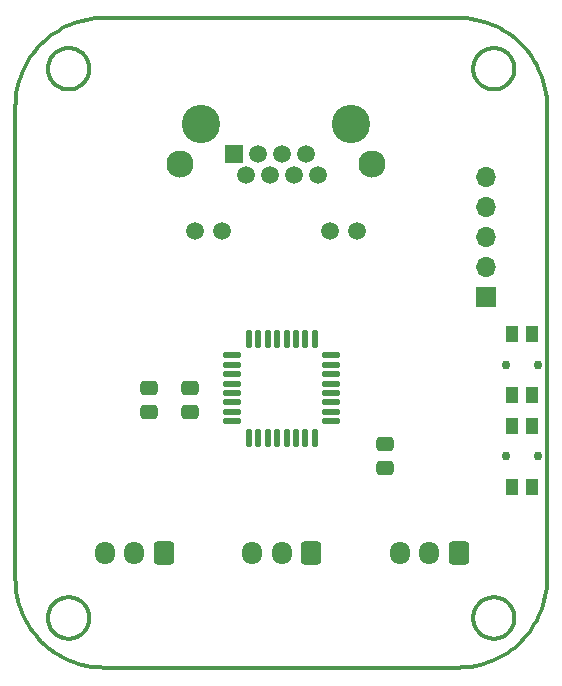
<source format=gbr>
%TF.GenerationSoftware,KiCad,Pcbnew,6.0.9+dfsg-1~bpo11+1*%
%TF.CreationDate,2022-12-30T14:53:09-06:00*%
%TF.ProjectId,Pedals,50656461-6c73-42e6-9b69-6361645f7063,rev?*%
%TF.SameCoordinates,Original*%
%TF.FileFunction,Soldermask,Top*%
%TF.FilePolarity,Negative*%
%FSLAX46Y46*%
G04 Gerber Fmt 4.6, Leading zero omitted, Abs format (unit mm)*
G04 Created by KiCad (PCBNEW 6.0.9+dfsg-1~bpo11+1) date 2022-12-30 14:53:09*
%MOMM*%
%LPD*%
G01*
G04 APERTURE LIST*
G04 Aperture macros list*
%AMRoundRect*
0 Rectangle with rounded corners*
0 $1 Rounding radius*
0 $2 $3 $4 $5 $6 $7 $8 $9 X,Y pos of 4 corners*
0 Add a 4 corners polygon primitive as box body*
4,1,4,$2,$3,$4,$5,$6,$7,$8,$9,$2,$3,0*
0 Add four circle primitives for the rounded corners*
1,1,$1+$1,$2,$3*
1,1,$1+$1,$4,$5*
1,1,$1+$1,$6,$7*
1,1,$1+$1,$8,$9*
0 Add four rect primitives between the rounded corners*
20,1,$1+$1,$2,$3,$4,$5,0*
20,1,$1+$1,$4,$5,$6,$7,0*
20,1,$1+$1,$6,$7,$8,$9,0*
20,1,$1+$1,$8,$9,$2,$3,0*%
G04 Aperture macros list end*
%TA.AperFunction,Profile*%
%ADD10C,0.349999*%
%TD*%
%ADD11RoundRect,0.250000X0.600000X0.725000X-0.600000X0.725000X-0.600000X-0.725000X0.600000X-0.725000X0*%
%ADD12O,1.700000X1.950000*%
%ADD13RoundRect,0.250000X0.475000X-0.337500X0.475000X0.337500X-0.475000X0.337500X-0.475000X-0.337500X0*%
%ADD14C,3.250000*%
%ADD15R,1.500000X1.500000*%
%ADD16C,1.500000*%
%ADD17C,2.300000*%
%ADD18C,0.750000*%
%ADD19R,1.000000X1.450000*%
%ADD20RoundRect,0.125000X-0.625000X-0.125000X0.625000X-0.125000X0.625000X0.125000X-0.625000X0.125000X0*%
%ADD21RoundRect,0.125000X-0.125000X-0.625000X0.125000X-0.625000X0.125000X0.625000X-0.125000X0.625000X0*%
%ADD22RoundRect,0.250000X-0.475000X0.337500X-0.475000X-0.337500X0.475000X-0.337500X0.475000X0.337500X0*%
%ADD23R,1.700000X1.700000*%
%ADD24O,1.700000X1.700000*%
G04 APERTURE END LIST*
D10*
X163336833Y-77300384D02*
X163402943Y-77352336D01*
X164097310Y-77664445D02*
X164183488Y-77679835D01*
X164359941Y-77697722D02*
X164449996Y-77699999D01*
X125210088Y-74988996D02*
X125421681Y-74687955D01*
X129208697Y-124027430D02*
X129284154Y-123988784D01*
X168510819Y-76621198D02*
X168625807Y-76968736D01*
X165852333Y-121402946D02*
X165800381Y-121336836D01*
X129268735Y-71974189D02*
X129621871Y-71876192D01*
X162911211Y-76784153D02*
X162953349Y-76857438D01*
X126702277Y-122540054D02*
X126709035Y-122628927D01*
X164012643Y-124144904D02*
X164097310Y-124164445D01*
X130144905Y-76387352D02*
X130164446Y-76302685D01*
X128921198Y-72089177D02*
X129268735Y-71974189D01*
X165745378Y-77126660D02*
X165800381Y-77063162D01*
X126953353Y-123357438D02*
X126998872Y-123428441D01*
X130190964Y-76128927D02*
X130197722Y-76040054D01*
X129563162Y-77300384D02*
X129626660Y-77245381D01*
X168913296Y-78408717D02*
X168940779Y-78778096D01*
X129626660Y-121154617D02*
X129563162Y-121099614D01*
X125013959Y-75299323D02*
X125210088Y-74988996D01*
X164449996Y-77699999D02*
X164449996Y-77699999D01*
X166093807Y-75348290D02*
X166062472Y-75268820D01*
X131449999Y-71650000D02*
X161449996Y-71650000D01*
X123986700Y-78408717D02*
X124032193Y-78042476D01*
X130179835Y-122716507D02*
X130190964Y-122628927D01*
X127768820Y-124062475D02*
X127848290Y-124093810D01*
X127288995Y-72910088D02*
X127599322Y-72713959D01*
X124669112Y-75945376D02*
X124833549Y-75618321D01*
X165912041Y-73121681D02*
X166203181Y-73348484D01*
X126755094Y-122012646D02*
X126735553Y-122097313D01*
X129563162Y-121099614D02*
X129497053Y-121047662D01*
X166093807Y-123051708D02*
X166121319Y-122970396D01*
X164628923Y-124190964D02*
X164716504Y-124179835D01*
X165051705Y-124093810D02*
X165131175Y-124062475D01*
X130164446Y-122097313D02*
X130144905Y-122012646D01*
X165357435Y-120953352D02*
X165284150Y-120911214D01*
X168804554Y-77679989D02*
X168867803Y-78042476D01*
X128802686Y-74235553D02*
X128716507Y-74220163D01*
X165208694Y-124027430D02*
X165284150Y-123988784D01*
X129208697Y-77527430D02*
X129284154Y-77488784D01*
X128887352Y-124144904D02*
X128970396Y-124121323D01*
X129745381Y-121273338D02*
X129687437Y-121212562D01*
X125890241Y-74116192D02*
X126146699Y-73846699D01*
X166190961Y-122628927D02*
X166197719Y-122540054D01*
X163402943Y-123852336D02*
X163471554Y-123901127D01*
X165901124Y-121471557D02*
X165852333Y-121402946D01*
X128271072Y-74209034D02*
X128183491Y-74220163D01*
X162755091Y-122887352D02*
X162778672Y-122970396D01*
X128449999Y-120699999D02*
X128449999Y-120699999D01*
X128449999Y-124199999D02*
X128449999Y-124199999D01*
X129626660Y-123745381D02*
X129687437Y-123687436D01*
X130121323Y-122970396D02*
X130144905Y-122887352D01*
X162998868Y-74971557D02*
X162953349Y-75042560D01*
X129946646Y-75042560D02*
X129901127Y-74971557D01*
X125648483Y-123903185D02*
X125421681Y-123612045D01*
X129800385Y-121336836D02*
X129745381Y-121273338D01*
X127154617Y-123626660D02*
X127212562Y-123687436D01*
X124274189Y-121331264D02*
X124176192Y-120978129D01*
X162872565Y-75191301D02*
X162837519Y-75268820D01*
X162778672Y-75429602D02*
X162755091Y-75512646D01*
X166483805Y-73590241D02*
X166753299Y-73846699D01*
X168949996Y-119150000D02*
X168940779Y-119521903D01*
X164887349Y-124144904D02*
X164970393Y-124121323D01*
X162720160Y-76216507D02*
X162735550Y-76302685D01*
X166199996Y-122449999D02*
X166199996Y-122449999D01*
X166179832Y-122716507D02*
X166190961Y-122628927D01*
X126702277Y-122359944D02*
X126700000Y-122449999D01*
X167886037Y-123000677D02*
X167689909Y-123311004D01*
X163047659Y-74902946D02*
X162998868Y-74971557D01*
X165852333Y-76997052D02*
X165901124Y-76928441D01*
X129626660Y-74654617D02*
X129563162Y-74599614D01*
X129428441Y-77401127D02*
X129497053Y-77352336D01*
X127336837Y-123800384D02*
X127402946Y-123852336D01*
X162735550Y-76302685D02*
X162755091Y-76387352D01*
X166199996Y-75949999D02*
X166197719Y-75859944D01*
X130093810Y-121848290D02*
X130062476Y-121768820D01*
X125421681Y-123612045D02*
X125210088Y-123311004D01*
X128012647Y-74255094D02*
X127929603Y-74278675D01*
X130027430Y-76708697D02*
X130062476Y-76631178D01*
X129357438Y-77446646D02*
X129428441Y-77401127D01*
X163212559Y-121212562D02*
X163154614Y-121273338D01*
X126806189Y-76551708D02*
X126837523Y-76631178D01*
X127615845Y-120911214D02*
X127542560Y-120953352D01*
X124176192Y-77321871D02*
X124274189Y-76968736D01*
X130062476Y-123131178D02*
X130093810Y-123051708D01*
X129621871Y-126423808D02*
X129268735Y-126325811D01*
X126696815Y-124951517D02*
X126416192Y-124709760D01*
X165131175Y-120837523D02*
X165051705Y-120806188D01*
X164970393Y-74278675D02*
X164887349Y-74255094D01*
X131449999Y-71650000D02*
X131449999Y-71650000D01*
X128802686Y-124164445D02*
X128887352Y-124144904D01*
X130093810Y-123051708D02*
X130121323Y-122970396D01*
X162911211Y-121615845D02*
X162872565Y-121691301D01*
X162720160Y-75683491D02*
X162709031Y-75771071D01*
X165284150Y-123988784D02*
X165357435Y-123946646D01*
X130199999Y-75949999D02*
X130199999Y-75949999D01*
X168867803Y-120257523D02*
X168804554Y-120620010D01*
X131449999Y-126650000D02*
X131449999Y-126650000D01*
X166197719Y-122359944D02*
X166190961Y-122271071D01*
X165131175Y-124062475D02*
X165208694Y-124027430D01*
X162911211Y-75115845D02*
X162872565Y-75191301D01*
X130027430Y-123208697D02*
X130062476Y-123131178D01*
X163615842Y-120911214D02*
X163542557Y-120953352D01*
X163631260Y-126325811D02*
X163278125Y-126423808D01*
X126720163Y-122183491D02*
X126709035Y-122271071D01*
X128802686Y-77664445D02*
X128887352Y-77644904D01*
X164359941Y-74202276D02*
X164271068Y-74209034D01*
X163615842Y-74411214D02*
X163542557Y-74453352D01*
X165284150Y-74411214D02*
X165208694Y-74372568D01*
X126953353Y-76857438D02*
X126998872Y-76928441D01*
X126735553Y-75597313D02*
X126720163Y-75683491D01*
X162709031Y-75771071D02*
X162702273Y-75859944D01*
X127154617Y-77126660D02*
X127212562Y-77187436D01*
X166062472Y-76631178D02*
X166093807Y-76551708D01*
X127099614Y-77063162D02*
X127154617Y-77126660D01*
X162837519Y-75268820D02*
X162806185Y-75348290D01*
X123959217Y-78778096D02*
X123986700Y-78408717D01*
X127848290Y-74306188D02*
X127768820Y-74337523D01*
X164981675Y-72533549D02*
X165300674Y-72713959D01*
X166062472Y-121768820D02*
X166027427Y-121691301D01*
X129131179Y-74337523D02*
X129051708Y-74306188D01*
X124833549Y-122681679D02*
X124669112Y-122354623D01*
X127336837Y-121099614D02*
X127273339Y-121154617D01*
X166753299Y-124453303D02*
X166753299Y-124453303D01*
X162720160Y-122716507D02*
X162735550Y-122802685D01*
X128970396Y-120778675D02*
X128887352Y-120755094D01*
X126998872Y-74971557D02*
X126953353Y-75042560D01*
X166190961Y-76128927D02*
X166197719Y-76040054D01*
X127099614Y-74836836D02*
X127047662Y-74902946D01*
X168379093Y-122020126D02*
X168230884Y-122354623D01*
X129687437Y-74712562D02*
X129626660Y-74654617D01*
X126735553Y-122802685D02*
X126755094Y-122887352D01*
X165497049Y-74547662D02*
X165428438Y-74498871D01*
X127047662Y-123497052D02*
X127099614Y-123563162D01*
X164540051Y-124197722D02*
X164628923Y-124190964D01*
X166199996Y-75949999D02*
X166199996Y-75949999D01*
X163099611Y-123563162D02*
X163154614Y-123626660D01*
X129051708Y-120806188D02*
X128970396Y-120778675D01*
X130179835Y-75683491D02*
X130164446Y-75597313D01*
X127599322Y-72713959D02*
X127918321Y-72533549D01*
X166190961Y-75771071D02*
X166179832Y-75683491D01*
X130197722Y-122540054D02*
X130199999Y-122449999D01*
X162920006Y-126504558D02*
X162557519Y-126567807D01*
X165626657Y-77245381D02*
X165687433Y-77187436D01*
X164449996Y-120699999D02*
X164449996Y-120699999D01*
X163278125Y-126423808D02*
X162920006Y-126504558D01*
X126700000Y-75949999D02*
X126702277Y-76040054D01*
X127929603Y-120778675D02*
X127848290Y-120806188D01*
X129208697Y-74372568D02*
X129131179Y-74337523D01*
X124520903Y-122020126D02*
X124389177Y-121678801D01*
X127154617Y-121273338D02*
X127099614Y-121336836D01*
X168949996Y-119150000D02*
X168949996Y-119150000D01*
X128579873Y-72220903D02*
X128921198Y-72089177D01*
X129051708Y-74306188D02*
X128970396Y-74278675D01*
X123950000Y-119150000D02*
X123950000Y-79150000D01*
X128628927Y-77690964D02*
X128716507Y-77679835D01*
X166753299Y-124453303D02*
X166483805Y-124709760D01*
X163273335Y-74654617D02*
X163212559Y-74712562D01*
X165428438Y-74498871D02*
X165357435Y-74453352D01*
X126872568Y-76708697D02*
X126911215Y-76784153D01*
X164320122Y-126079096D02*
X163978797Y-126210822D01*
X164540051Y-74202276D02*
X164449996Y-74199999D01*
X163929599Y-74278675D02*
X163848287Y-74306188D01*
X129988784Y-121615845D02*
X129946646Y-121542560D01*
X126911215Y-123284153D02*
X126953353Y-123357438D01*
X128802686Y-120735553D02*
X128716507Y-120720163D01*
X162702273Y-122359944D02*
X162699996Y-122449999D01*
X127336837Y-74599614D02*
X127273339Y-74654617D01*
X166027427Y-76708697D02*
X166062472Y-76631178D01*
X131078096Y-71659217D02*
X131449999Y-71650000D01*
X164359941Y-120702276D02*
X164271068Y-120709034D01*
X127471557Y-123901127D02*
X127542560Y-123946646D01*
X165497049Y-77352336D02*
X165563159Y-77300384D01*
X163848287Y-124093810D02*
X163929599Y-124121323D01*
X127212562Y-74712562D02*
X127154617Y-74773338D01*
X129979989Y-71795442D02*
X130342476Y-71732193D01*
X165051705Y-74306188D02*
X164970393Y-74278675D01*
X165300674Y-72713959D02*
X165611001Y-72910088D01*
X127154617Y-74773338D02*
X127099614Y-74836836D01*
X166121319Y-76470396D02*
X166144901Y-76387352D01*
X129852337Y-74902946D02*
X129800385Y-74836836D01*
X164183488Y-120720163D02*
X164097310Y-120735553D01*
X126872568Y-75191301D02*
X126837523Y-75268820D01*
X128449999Y-77699999D02*
X128449999Y-77699999D01*
X165051705Y-77593810D02*
X165131175Y-77562475D01*
X166197719Y-122540054D02*
X166199996Y-122449999D01*
X163768817Y-77562475D02*
X163848287Y-77593810D01*
X127929603Y-124121323D02*
X128012647Y-124144904D01*
X128716507Y-77679835D02*
X128802686Y-77664445D01*
X168949996Y-79150000D02*
X168949996Y-119150000D01*
X161449996Y-71650000D02*
X161449996Y-71650000D01*
X162702273Y-76040054D02*
X162709031Y-76128927D01*
X166062472Y-75268820D02*
X166027427Y-75191301D01*
X129745381Y-77126660D02*
X129800385Y-77063162D01*
X127691302Y-74372568D02*
X127615845Y-74411214D01*
X127848290Y-120806188D02*
X127768820Y-120837523D01*
X168723804Y-77321871D02*
X168804554Y-77679989D01*
X130144905Y-122012646D02*
X130121323Y-121929602D01*
X127212562Y-77187436D02*
X127273339Y-77245381D01*
X127402946Y-121047662D02*
X127336837Y-121099614D01*
X129901127Y-76928441D02*
X129946646Y-76857438D01*
X129497053Y-123852336D02*
X129563162Y-123800384D01*
X128921198Y-126210822D02*
X128579873Y-126079096D01*
X168066447Y-122681679D02*
X167886037Y-123000677D01*
X129208697Y-120872568D02*
X129131179Y-120837523D01*
X128183491Y-74220163D02*
X128097313Y-74235553D01*
X125648483Y-74396816D02*
X125890241Y-74116192D01*
X165687433Y-123687436D02*
X165745378Y-123626660D01*
X163978797Y-72089177D02*
X164320122Y-72220903D01*
X127273339Y-123745381D02*
X127336837Y-123800384D01*
X165563159Y-121099614D02*
X165497049Y-121047662D01*
X165988781Y-121615845D02*
X165946643Y-121542560D01*
X165563159Y-77300384D02*
X165626657Y-77245381D01*
X130342476Y-126567807D02*
X129979989Y-126504558D01*
X123950000Y-79150000D02*
X123959217Y-78778096D01*
X129946646Y-121542560D02*
X129901127Y-121471557D01*
X127929603Y-77621323D02*
X128012647Y-77644904D01*
X164802682Y-120735553D02*
X164716504Y-120720163D01*
X130199999Y-122449999D02*
X130199999Y-122449999D01*
X124520903Y-76279874D02*
X124669112Y-75945376D01*
X126416192Y-73590241D02*
X126696815Y-73348484D01*
X129988784Y-75115845D02*
X129946646Y-75042560D01*
X162837519Y-121768820D02*
X162806185Y-121848290D01*
X130062476Y-75268820D02*
X130027430Y-75191301D01*
X165946643Y-75042560D02*
X165901124Y-74971557D01*
X127768820Y-120837523D02*
X127691302Y-120872568D01*
X164716504Y-77679835D02*
X164802682Y-77664445D01*
X163691298Y-77527430D02*
X163768817Y-77562475D01*
X163047659Y-76997052D02*
X163099611Y-77063162D01*
X126998872Y-123428441D02*
X127047662Y-123497052D01*
X164359941Y-124197722D02*
X164449996Y-124199999D01*
X166144901Y-75512646D02*
X166121319Y-75429602D01*
X162699996Y-75949999D02*
X162699996Y-75949999D01*
X165852333Y-123497052D02*
X165901124Y-123428441D01*
X163273335Y-77245381D02*
X163336833Y-77300384D01*
X164970393Y-77621323D02*
X165051705Y-77593810D01*
X168230884Y-122354623D02*
X168066447Y-122681679D01*
X162872565Y-76708697D02*
X162911211Y-76784153D01*
X128887352Y-120755094D02*
X128802686Y-120735553D01*
X164887349Y-74255094D02*
X164802682Y-74235553D01*
X128245376Y-125930888D02*
X127918321Y-125766451D01*
X168949996Y-79150000D02*
X168949996Y-79150000D01*
X163929599Y-77621323D02*
X164012643Y-77644904D01*
X130164446Y-75597313D02*
X130144905Y-75512646D01*
X129497053Y-77352336D02*
X129563162Y-77300384D01*
X128359944Y-120702276D02*
X128271072Y-120709034D01*
X164097310Y-124164445D02*
X164183488Y-124179835D01*
X123986700Y-119891283D02*
X123959217Y-119521903D01*
X164271068Y-77690964D02*
X164359941Y-77697722D01*
X164012643Y-120755094D02*
X163929599Y-120778675D01*
X168867803Y-78042476D02*
X168913296Y-78408717D01*
X165563159Y-123800384D02*
X165626657Y-123745381D01*
X167009756Y-74116192D02*
X167251513Y-74396816D01*
X163099611Y-77063162D02*
X163154614Y-77126660D01*
X129852337Y-123497052D02*
X129901127Y-123428441D01*
X166199996Y-122449999D02*
X166199996Y-122449999D01*
X130197722Y-76040054D02*
X130199999Y-75949999D01*
X165852333Y-74902946D02*
X165800381Y-74836836D01*
X128097313Y-124164445D02*
X128183491Y-124179835D01*
X129428441Y-123901127D02*
X129497053Y-123852336D01*
X164449996Y-120699999D02*
X164359941Y-120702276D01*
X164271068Y-120709034D02*
X164183488Y-120720163D01*
X164716504Y-120720163D02*
X164628923Y-120709034D01*
X126755094Y-76387352D02*
X126778676Y-76470396D01*
X163768817Y-120837523D02*
X163691298Y-120872568D01*
X130190964Y-75771071D02*
X130179835Y-75683491D01*
X126720163Y-76216507D02*
X126735553Y-76302685D01*
X130164446Y-76302685D02*
X130179835Y-76216507D01*
X163471554Y-77401127D02*
X163542557Y-77446646D01*
X166164442Y-122802685D02*
X166179832Y-122716507D01*
X127273339Y-74654617D02*
X127212562Y-74712562D01*
X164097310Y-74235553D02*
X164012643Y-74255094D01*
X130164446Y-122802685D02*
X130179835Y-122716507D01*
X166190961Y-122271071D02*
X166179832Y-122183491D01*
X162191279Y-126613300D02*
X161821900Y-126640782D01*
X166164442Y-76302685D02*
X166179832Y-76216507D01*
X129946646Y-123357438D02*
X129988784Y-123284153D01*
X128628927Y-120709034D02*
X128540054Y-120702276D01*
X124095442Y-120620010D02*
X124032193Y-120257523D01*
X128359944Y-77697722D02*
X128449999Y-77699999D01*
X129800385Y-74836836D02*
X129745381Y-74773338D01*
X166093807Y-121848290D02*
X166062472Y-121768820D01*
X126709035Y-76128927D02*
X126720163Y-76216507D01*
X130027430Y-75191301D02*
X129988784Y-75115845D01*
X165901124Y-74971557D02*
X165852333Y-74902946D01*
X126872568Y-123208697D02*
X126911215Y-123284153D01*
X166144901Y-122012646D02*
X166121319Y-121929602D01*
X126735553Y-76302685D02*
X126755094Y-76387352D01*
X168625807Y-121331264D02*
X168510819Y-121678801D01*
X128970396Y-74278675D02*
X128887352Y-74255094D01*
X130062476Y-76631178D02*
X130093810Y-76551708D01*
X129621871Y-71876192D02*
X129979989Y-71795442D01*
X165051705Y-120806188D02*
X164970393Y-120778675D01*
X165946643Y-121542560D02*
X165901124Y-121471557D01*
X167689909Y-74988996D02*
X167886037Y-75299323D01*
X129901127Y-74971557D02*
X129852337Y-74902946D01*
X126806189Y-75348290D02*
X126778676Y-75429602D01*
X126700000Y-122449999D02*
X126700000Y-122449999D01*
X126720163Y-122716507D02*
X126735553Y-122802685D01*
X127099614Y-123563162D02*
X127154617Y-123626660D01*
X127402946Y-77352336D02*
X127471557Y-77401127D01*
X129284154Y-74411214D02*
X129208697Y-74372568D01*
X128540054Y-74202276D02*
X128449999Y-74199999D01*
X130708716Y-126613300D02*
X130342476Y-126567807D01*
X161821900Y-126640782D02*
X161449996Y-126650000D01*
X166093807Y-76551708D02*
X166121319Y-76470396D01*
X126911215Y-121615845D02*
X126872568Y-121691301D01*
X128097313Y-77664445D02*
X128183491Y-77679835D01*
X163273335Y-123745381D02*
X163336833Y-123800384D01*
X126998872Y-76928441D02*
X127047662Y-76997052D01*
X124095442Y-77679989D02*
X124176192Y-77321871D01*
X129428441Y-120998871D02*
X129357438Y-120953352D01*
X168510819Y-121678801D02*
X168379093Y-122020126D01*
X163471554Y-74498871D02*
X163402943Y-74547662D01*
X161449996Y-71650000D02*
X161821900Y-71659217D01*
X163471554Y-123901127D02*
X163542557Y-123946646D01*
X129268735Y-126325811D02*
X128921198Y-126210822D01*
X129497053Y-121047662D02*
X129428441Y-120998871D01*
X129687437Y-121212562D02*
X129626660Y-121154617D01*
X127615845Y-74411214D02*
X127542560Y-74453352D01*
X127336837Y-77300384D02*
X127402946Y-77352336D01*
X162806185Y-75348290D02*
X162778672Y-75429602D01*
X163336833Y-74599614D02*
X163273335Y-74654617D01*
X126953353Y-121542560D02*
X126911215Y-121615845D01*
X161449996Y-126650000D02*
X131449999Y-126650000D01*
X130121323Y-75429602D02*
X130093810Y-75348290D01*
X164887349Y-77644904D02*
X164970393Y-77621323D01*
X163631260Y-71974189D02*
X163978797Y-72089177D01*
X126806189Y-121848290D02*
X126778676Y-121929602D01*
X128579873Y-126079096D02*
X128245376Y-125930888D01*
X163154614Y-121273338D02*
X163099611Y-121336836D01*
X128449999Y-74199999D02*
X128449999Y-74199999D01*
X129357438Y-123946646D02*
X129428441Y-123901127D01*
X162806185Y-76551708D02*
X162837519Y-76631178D01*
X127615845Y-77488784D02*
X127691302Y-77527430D01*
X162735550Y-122802685D02*
X162755091Y-122887352D01*
X127542560Y-77446646D02*
X127615845Y-77488784D01*
X162557519Y-126567807D02*
X162191279Y-126613300D01*
X126987955Y-125178320D02*
X126696815Y-124951517D01*
X127615845Y-123988784D02*
X127691302Y-124027430D01*
X129988784Y-76784153D02*
X130027430Y-76708697D01*
X128716507Y-74220163D02*
X128628927Y-74209034D01*
X165745378Y-123626660D02*
X165800381Y-123563162D01*
X163471554Y-120998871D02*
X163402943Y-121047662D01*
X128183491Y-124179835D02*
X128271072Y-124190964D01*
X166121319Y-75429602D02*
X166093807Y-75348290D01*
X163154614Y-77126660D02*
X163212559Y-77187436D01*
X163542557Y-120953352D02*
X163471554Y-120998871D01*
X168230884Y-75945376D02*
X168379093Y-76279874D01*
X164012643Y-74255094D02*
X163929599Y-74278675D01*
X129979989Y-126504558D02*
X129621871Y-126423808D01*
X128449999Y-74199999D02*
X128359944Y-74202276D01*
X128359944Y-124197722D02*
X128449999Y-124199999D01*
X162709031Y-122271071D02*
X162702273Y-122359944D01*
X124833549Y-75618321D02*
X125013959Y-75299323D01*
X164449996Y-74199999D02*
X164359941Y-74202276D01*
X165131175Y-77562475D02*
X165208694Y-77527430D01*
X165497049Y-123852336D02*
X165563159Y-123800384D01*
X163336833Y-121099614D02*
X163273335Y-121154617D01*
X129745381Y-123626660D02*
X129800385Y-123563162D01*
X128183491Y-120720163D02*
X128097313Y-120735553D01*
X162953349Y-121542560D02*
X162911211Y-121615845D01*
X124389177Y-121678801D02*
X124274189Y-121331264D01*
X127691302Y-120872568D02*
X127615845Y-120911214D01*
X127929603Y-74278675D02*
X127848290Y-74306188D01*
X162778672Y-76470396D02*
X162806185Y-76551708D01*
X165208694Y-77527430D02*
X165284150Y-77488784D01*
X128628927Y-124190964D02*
X128716507Y-124179835D01*
X165357435Y-77446646D02*
X165428438Y-77401127D01*
X128271072Y-77690964D02*
X128359944Y-77697722D01*
X162837519Y-76631178D02*
X162872565Y-76708697D01*
X163691298Y-120872568D02*
X163615842Y-120911214D01*
X163768817Y-124062475D02*
X163848287Y-124093810D01*
X165800381Y-121336836D02*
X165745378Y-121273338D01*
X168940779Y-78778096D02*
X168949996Y-79150000D01*
X129800385Y-123563162D02*
X129852337Y-123497052D01*
X130144905Y-75512646D02*
X130121323Y-75429602D01*
X163768817Y-74337523D02*
X163691298Y-74372568D01*
X166199996Y-122449999D02*
X166197719Y-122359944D01*
X165497049Y-121047662D02*
X165428438Y-120998871D01*
X129946646Y-76857438D02*
X129988784Y-76784153D01*
X126702277Y-75859944D02*
X126700000Y-75949999D01*
X162709031Y-122628927D02*
X162720160Y-122716507D01*
X164628923Y-74209034D02*
X164540051Y-74202276D01*
X164271068Y-74209034D02*
X164183488Y-74220163D01*
X163402943Y-77352336D02*
X163471554Y-77401127D01*
X165988781Y-75115845D02*
X165946643Y-75042560D01*
X164320122Y-72220903D02*
X164654620Y-72369112D01*
X130062476Y-121768820D02*
X130027430Y-121691301D01*
X164716504Y-74220163D02*
X164628923Y-74209034D01*
X167886037Y-75299323D02*
X168066447Y-75618321D01*
X126778676Y-76470396D02*
X126806189Y-76551708D01*
X124669112Y-122354623D02*
X124520903Y-122020126D01*
X127099614Y-121336836D02*
X127047662Y-121402946D01*
X163212559Y-77187436D02*
X163273335Y-77245381D01*
X166164442Y-122097313D02*
X166144901Y-122012646D01*
X167689909Y-123311004D02*
X167478316Y-123612045D01*
X130199999Y-122449999D02*
X130197722Y-122359944D01*
X130190964Y-122271071D02*
X130179835Y-122183491D01*
X163154614Y-74773338D02*
X163099611Y-74836836D01*
X127848290Y-77593810D02*
X127929603Y-77621323D01*
X129626660Y-77245381D02*
X129687437Y-77187436D01*
X163848287Y-120806188D02*
X163768817Y-120837523D01*
X165626657Y-121154617D02*
X165563159Y-121099614D01*
X126911215Y-75115845D02*
X126872568Y-75191301D01*
X165687433Y-121212562D02*
X165626657Y-121154617D01*
X166753299Y-73846699D02*
X166753299Y-73846699D01*
X130121323Y-76470396D02*
X130144905Y-76387352D01*
X163212559Y-74712562D02*
X163154614Y-74773338D01*
X126837523Y-76631178D02*
X126872568Y-76708697D01*
X128540054Y-124197722D02*
X128628927Y-124190964D01*
X128887352Y-77644904D02*
X128970396Y-77621323D01*
X165800381Y-123563162D02*
X165852333Y-123497052D01*
X164802682Y-74235553D02*
X164716504Y-74220163D01*
X165626657Y-123745381D02*
X165687433Y-123687436D01*
X130093810Y-76551708D02*
X130121323Y-76470396D01*
X128449999Y-120699999D02*
X128359944Y-120702276D01*
X164449996Y-74199999D02*
X164449996Y-74199999D01*
X130342476Y-71732193D02*
X130708716Y-71686700D01*
X130197722Y-122359944D02*
X130190964Y-122271071D01*
X164628923Y-120709034D02*
X164540051Y-120702276D01*
X126700000Y-122449999D02*
X126702277Y-122540054D01*
X166203181Y-73348484D02*
X166483805Y-73590241D01*
X163402943Y-121047662D02*
X163336833Y-121099614D01*
X126416192Y-124709760D02*
X126146699Y-124453303D01*
X161821900Y-71659217D02*
X162191279Y-71686700D01*
X128628927Y-74209034D02*
X128540054Y-74202276D01*
X126720163Y-75683491D02*
X126709035Y-75771071D01*
X167478316Y-123612045D02*
X167251513Y-123903185D01*
X127047662Y-121402946D02*
X126998872Y-121471557D01*
X164097310Y-120735553D02*
X164012643Y-120755094D01*
X128012647Y-77644904D02*
X128097313Y-77664445D01*
X162720160Y-122183491D02*
X162709031Y-122271071D01*
X162998868Y-123428441D02*
X163047659Y-123497052D01*
X126709035Y-122628927D02*
X126720163Y-122716507D01*
X166203181Y-124951517D02*
X165912041Y-125178320D01*
X165687433Y-74712562D02*
X165626657Y-74654617D01*
X162778672Y-122970396D02*
X162806185Y-123051708D01*
X166027427Y-121691301D02*
X165988781Y-121615845D01*
X162872565Y-123208697D02*
X162911211Y-123284153D01*
X130179835Y-76216507D02*
X130190964Y-76128927D01*
X162755091Y-122012646D02*
X162735550Y-122097313D01*
X163542557Y-74453352D02*
X163471554Y-74498871D01*
X168940779Y-119521903D02*
X168913296Y-119891283D01*
X166483805Y-124709760D02*
X166203181Y-124951517D01*
X162755091Y-76387352D02*
X162778672Y-76470396D01*
X163047659Y-123497052D02*
X163099611Y-123563162D01*
X126806189Y-123051708D02*
X126837523Y-123131178D01*
X165626657Y-74654617D02*
X165563159Y-74599614D01*
X165901124Y-76928441D02*
X165946643Y-76857438D01*
X165563159Y-74599614D02*
X165497049Y-74547662D01*
X164540051Y-77697722D02*
X164628923Y-77690964D01*
X164887349Y-120755094D02*
X164802682Y-120735553D01*
X165284150Y-77488784D02*
X165357435Y-77446646D01*
X166179832Y-122183491D02*
X166164442Y-122097313D01*
X127288995Y-125389912D02*
X126987955Y-125178320D01*
X130121323Y-121929602D02*
X130093810Y-121848290D01*
X165687433Y-77187436D02*
X165745378Y-77126660D01*
X162709031Y-76128927D02*
X162720160Y-76216507D01*
X165300674Y-125586041D02*
X164981675Y-125766451D01*
X127047662Y-74902946D02*
X126998872Y-74971557D01*
X127273339Y-121154617D02*
X127212562Y-121212562D01*
X126778676Y-121929602D02*
X126755094Y-122012646D01*
X164449996Y-124199999D02*
X164449996Y-124199999D01*
X163691298Y-74372568D02*
X163615842Y-74411214D01*
X128970396Y-124121323D02*
X129051708Y-124093810D01*
X129745381Y-74773338D02*
X129687437Y-74712562D01*
X125890241Y-124183809D02*
X125648483Y-123903185D01*
X165611001Y-72910088D02*
X165912041Y-73121681D01*
X163848287Y-77593810D02*
X163929599Y-77621323D01*
X128970396Y-77621323D02*
X129051708Y-77593810D01*
X166164442Y-75597313D02*
X166144901Y-75512646D01*
X128716507Y-124179835D02*
X128802686Y-124164445D01*
X127471557Y-74498871D02*
X127402946Y-74547662D01*
X130708716Y-71686700D02*
X131078096Y-71659217D01*
X128097313Y-74235553D02*
X128012647Y-74255094D01*
X125210088Y-123311004D02*
X125013959Y-123000677D01*
X165428438Y-123901127D02*
X165497049Y-123852336D01*
X126146699Y-124453303D02*
X125890241Y-124183809D01*
X127471557Y-77401127D02*
X127542560Y-77446646D01*
X165131175Y-74337523D02*
X165051705Y-74306188D01*
X128716507Y-120720163D02*
X128628927Y-120709034D01*
X131449999Y-126650000D02*
X131078096Y-126640782D01*
X128449999Y-124199999D02*
X128540054Y-124197722D01*
X164183488Y-77679835D02*
X164271068Y-77690964D01*
X130199999Y-75949999D02*
X130197722Y-75859944D01*
X162998868Y-76928441D02*
X163047659Y-76997052D01*
X126146699Y-124453303D02*
X126146699Y-124453303D01*
X126700000Y-75949999D02*
X126700000Y-75949999D01*
X126778676Y-75429602D02*
X126755094Y-75512646D01*
X168804554Y-120620010D02*
X168723804Y-120978129D01*
X130144905Y-122887352D02*
X130164446Y-122802685D01*
X165428438Y-120998871D02*
X165357435Y-120953352D01*
X166753299Y-73846699D02*
X167009756Y-74116192D01*
X161449996Y-126650000D02*
X161449996Y-126650000D01*
X125421681Y-74687955D02*
X125648483Y-74396816D01*
X123950000Y-79150000D02*
X123950000Y-79150000D01*
X127273339Y-77245381D02*
X127336837Y-77300384D01*
X127471557Y-120998871D02*
X127402946Y-121047662D01*
X128183491Y-77679835D02*
X128271072Y-77690964D01*
X163542557Y-123946646D02*
X163615842Y-123988784D01*
X165745378Y-121273338D02*
X165687433Y-121212562D01*
X130027430Y-121691301D02*
X129988784Y-121615845D01*
X131078096Y-126640782D02*
X130708716Y-126613300D01*
X165800381Y-74836836D02*
X165745378Y-74773338D01*
X166027427Y-75191301D02*
X165988781Y-75115845D01*
X126837523Y-75268820D02*
X126806189Y-75348290D01*
X126987955Y-73121681D02*
X127288995Y-72910088D01*
X163691298Y-124027430D02*
X163768817Y-124062475D01*
X128271072Y-124190964D02*
X128359944Y-124197722D01*
X162702273Y-122540054D02*
X162709031Y-122628927D01*
X130179835Y-122183491D02*
X130164446Y-122097313D01*
X127047662Y-76997052D02*
X127099614Y-77063162D01*
X126709035Y-75771071D02*
X126702277Y-75859944D01*
X126696815Y-73348484D02*
X126987955Y-73121681D01*
X168379093Y-76279874D02*
X168510819Y-76621198D01*
X164449996Y-124199999D02*
X164540051Y-124197722D01*
X129051708Y-124093810D02*
X129131179Y-124062475D01*
X165901124Y-123428441D02*
X165946643Y-123357438D01*
X163212559Y-123687436D02*
X163273335Y-123745381D01*
X124389177Y-76621198D02*
X124520903Y-76279874D01*
X164271068Y-124190964D02*
X164359941Y-124197722D01*
X129131179Y-120837523D02*
X129051708Y-120806188D01*
X124176192Y-120978129D02*
X124095442Y-120620010D01*
X162920006Y-71795442D02*
X163278125Y-71876192D01*
X165357435Y-74453352D02*
X165284150Y-74411214D01*
X126709035Y-122271071D02*
X126702277Y-122359944D01*
X128449999Y-77699999D02*
X128540054Y-77697722D01*
X167251513Y-123903185D02*
X167009756Y-124183809D01*
X166121319Y-122970396D02*
X166144901Y-122887352D01*
X128540054Y-120702276D02*
X128449999Y-120699999D01*
X164802682Y-77664445D02*
X164887349Y-77644904D01*
X164183488Y-74220163D02*
X164097310Y-74235553D01*
X165946643Y-123357438D02*
X165988781Y-123284153D01*
X129687437Y-123687436D02*
X129745381Y-123626660D01*
X162778672Y-121929602D02*
X162755091Y-122012646D01*
X129284154Y-77488784D02*
X129357438Y-77446646D01*
X165800381Y-77063162D02*
X165852333Y-76997052D01*
X163154614Y-123626660D02*
X163212559Y-123687436D01*
X129901127Y-123428441D02*
X129946646Y-123357438D01*
X165208694Y-74372568D02*
X165131175Y-74337523D01*
X130199999Y-75949999D02*
X130199999Y-75949999D01*
X129428441Y-74498871D02*
X129357438Y-74453352D01*
X126146699Y-73846699D02*
X126416192Y-73590241D01*
X166197719Y-75859944D02*
X166190961Y-75771071D01*
X163099611Y-74836836D02*
X163047659Y-74902946D01*
X164183488Y-124179835D02*
X164271068Y-124190964D01*
X129988784Y-123284153D02*
X130027430Y-123208697D01*
X128097313Y-120735553D02*
X128012647Y-120755094D01*
X164628923Y-77690964D02*
X164716504Y-77679835D01*
X165745378Y-74773338D02*
X165687433Y-74712562D01*
X129852337Y-76997052D02*
X129901127Y-76928441D01*
X162735550Y-122097313D02*
X162720160Y-122183491D01*
X162699996Y-122449999D02*
X162699996Y-122449999D01*
X127402946Y-123852336D02*
X127471557Y-123901127D01*
X125013959Y-123000677D02*
X124833549Y-122681679D01*
X162872565Y-121691301D02*
X162837519Y-121768820D01*
X124032193Y-78042476D02*
X124095442Y-77679989D01*
X165988781Y-123284153D02*
X166027427Y-123208697D01*
X126911215Y-76784153D02*
X126953353Y-76857438D01*
X126872568Y-121691301D02*
X126837523Y-121768820D01*
X162953349Y-75042560D02*
X162911211Y-75115845D01*
X163929599Y-120778675D02*
X163848287Y-120806188D01*
X126837523Y-123131178D02*
X126872568Y-123208697D01*
X168723804Y-120978129D02*
X168625807Y-121331264D01*
X126953353Y-75042560D02*
X126911215Y-75115845D01*
X129563162Y-123800384D02*
X129626660Y-123745381D01*
X126735553Y-122097313D02*
X126720163Y-122183491D01*
X129687437Y-77187436D02*
X129745381Y-77126660D01*
X164970393Y-124121323D02*
X165051705Y-124093810D01*
X129497053Y-74547662D02*
X129428441Y-74498871D01*
X124274189Y-76968736D02*
X124389177Y-76621198D01*
X163542557Y-77446646D02*
X163615842Y-77488784D01*
X128359944Y-74202276D02*
X128271072Y-74209034D01*
X127768820Y-77562475D02*
X127848290Y-77593810D01*
X129357438Y-74453352D02*
X129284154Y-74411214D01*
X164981675Y-125766451D02*
X164654620Y-125930888D01*
X129131179Y-77562475D02*
X129208697Y-77527430D01*
X123959217Y-119521903D02*
X123950000Y-119150000D01*
X162806185Y-123051708D02*
X162837519Y-123131178D01*
X126837523Y-121768820D02*
X126806189Y-121848290D01*
X164540051Y-120702276D02*
X164449996Y-120699999D01*
X129901127Y-121471557D02*
X129852337Y-121402946D01*
X128012647Y-124144904D02*
X128097313Y-124164445D01*
X163402943Y-74547662D02*
X163336833Y-74599614D01*
X163099611Y-121336836D02*
X163047659Y-121402946D01*
X166199996Y-75949999D02*
X166199996Y-75949999D01*
X162998868Y-121471557D02*
X162953349Y-121542560D01*
X127918321Y-72533549D02*
X128245376Y-72369112D01*
X163615842Y-123988784D02*
X163691298Y-124027430D01*
X162699996Y-75949999D02*
X162702273Y-76040054D01*
X164716504Y-124179835D02*
X164802682Y-124164445D01*
X163615842Y-77488784D02*
X163691298Y-77527430D01*
X162837519Y-123131178D02*
X162872565Y-123208697D01*
X166027427Y-123208697D02*
X166062472Y-123131178D01*
X162953349Y-76857438D02*
X162998868Y-76928441D01*
X164012643Y-77644904D02*
X164097310Y-77664445D01*
X129284154Y-123988784D02*
X129357438Y-123946646D01*
X127542560Y-74453352D02*
X127471557Y-74498871D01*
X165988781Y-76784153D02*
X166027427Y-76708697D01*
X127848290Y-124093810D02*
X127929603Y-124121323D01*
X163978797Y-126210822D02*
X163631260Y-126325811D01*
X126778676Y-122970396D02*
X126806189Y-123051708D01*
X126702277Y-76040054D02*
X126709035Y-76128927D01*
X127542560Y-123946646D02*
X127615845Y-123988784D01*
X127542560Y-120953352D02*
X127471557Y-120998871D01*
X168066447Y-75618321D02*
X168230884Y-75945376D01*
X166062472Y-123131178D02*
X166093807Y-123051708D01*
X129852337Y-121402946D02*
X129800385Y-121336836D01*
X162702273Y-75859944D02*
X162699996Y-75949999D01*
X162806185Y-121848290D02*
X162778672Y-121929602D01*
X163848287Y-74306188D02*
X163768817Y-74337523D01*
X164802682Y-124164445D02*
X164887349Y-124144904D01*
X166144901Y-122887352D02*
X166164442Y-122802685D01*
X127918321Y-125766451D02*
X127599322Y-125586041D01*
X128887352Y-74255094D02*
X128802686Y-74235553D01*
X126755094Y-122887352D02*
X126778676Y-122970396D01*
X165208694Y-120872568D02*
X165131175Y-120837523D01*
X165284150Y-120911214D02*
X165208694Y-120872568D01*
X128012647Y-120755094D02*
X127929603Y-120778675D01*
X164970393Y-120778675D02*
X164887349Y-120755094D01*
X129284154Y-120911214D02*
X129208697Y-120872568D01*
X127212562Y-123687436D02*
X127273339Y-123745381D01*
X164654620Y-125930888D02*
X164320122Y-126079096D01*
X168625807Y-76968736D02*
X168723804Y-77321871D01*
X127402946Y-74547662D02*
X127336837Y-74599614D01*
X127212562Y-121212562D02*
X127154617Y-121273338D01*
X164449996Y-77699999D02*
X164540051Y-77697722D01*
X163273335Y-121154617D02*
X163212559Y-121212562D01*
X167478316Y-74687955D02*
X167689909Y-74988996D01*
X130093810Y-75348290D02*
X130062476Y-75268820D01*
X128271072Y-120709034D02*
X128183491Y-120720163D01*
X164654620Y-72369112D02*
X164981675Y-72533549D01*
X163278125Y-71876192D02*
X163631260Y-71974189D01*
X128540054Y-77697722D02*
X128628927Y-77690964D01*
X127768820Y-74337523D02*
X127691302Y-74372568D01*
X166144901Y-76387352D02*
X166164442Y-76302685D01*
X129563162Y-74599614D02*
X129497053Y-74547662D01*
X166179832Y-76216507D02*
X166190961Y-76128927D01*
X130197722Y-75859944D02*
X130190964Y-75771071D01*
X165428438Y-77401127D02*
X165497049Y-77352336D01*
X127691302Y-77527430D02*
X127768820Y-77562475D01*
X162557519Y-71732193D02*
X162920006Y-71795442D01*
X126998872Y-121471557D02*
X126953353Y-121542560D01*
X124032193Y-120257523D02*
X123986700Y-119891283D01*
X165611001Y-125389912D02*
X165300674Y-125586041D01*
X130190964Y-122628927D02*
X130197722Y-122540054D01*
X127691302Y-124027430D02*
X127768820Y-124062475D01*
X162953349Y-123357438D02*
X162998868Y-123428441D01*
X163929599Y-124121323D02*
X164012643Y-124144904D01*
X162191279Y-71686700D02*
X162557519Y-71732193D01*
X167251513Y-74396816D02*
X167478316Y-74687955D01*
X162755091Y-75512646D02*
X162735550Y-75597313D01*
X129051708Y-77593810D02*
X129131179Y-77562475D01*
X162735550Y-75597313D02*
X162720160Y-75683491D01*
X162699996Y-122449999D02*
X162702273Y-122540054D01*
X127599322Y-125586041D02*
X127288995Y-125389912D01*
X167009756Y-124183809D02*
X166753299Y-124453303D01*
X163047659Y-121402946D02*
X162998868Y-121471557D01*
X129357438Y-120953352D02*
X129284154Y-120911214D01*
X166121319Y-121929602D02*
X166093807Y-121848290D01*
X165912041Y-125178320D02*
X165611001Y-125389912D01*
X165357435Y-123946646D02*
X165428438Y-123901127D01*
X129131179Y-124062475D02*
X129208697Y-124027430D01*
X165946643Y-76857438D02*
X165988781Y-76784153D01*
X168913296Y-119891283D02*
X168867803Y-120257523D01*
X163336833Y-123800384D02*
X163402943Y-123852336D01*
X130199999Y-122449999D02*
X130199999Y-122449999D01*
X129800385Y-77063162D02*
X129852337Y-76997052D01*
X166179832Y-75683491D02*
X166164442Y-75597313D01*
X126146699Y-73846699D02*
X126146699Y-73846699D01*
X162911211Y-123284153D02*
X162953349Y-123357438D01*
X126755094Y-75512646D02*
X126735553Y-75597313D01*
X128245376Y-72369112D02*
X128579873Y-72220903D01*
X166197719Y-76040054D02*
X166199996Y-75949999D01*
D11*
%TO.C,BRAKE*%
X149000000Y-116935000D03*
D12*
X146500000Y-116935000D03*
X144000000Y-116935000D03*
%TD*%
D13*
%TO.C,C2*%
X135250000Y-105037500D03*
X135250000Y-102962500D03*
%TD*%
D11*
%TO.C,CLUTCH*%
X161500000Y-116967500D03*
D12*
X159000000Y-116967500D03*
X156500000Y-116967500D03*
%TD*%
D14*
%TO.C,DATA*%
X152350000Y-80585000D03*
X139650000Y-80585000D03*
D15*
X142440000Y-83125000D03*
D16*
X143456000Y-84905000D03*
X144472000Y-83125000D03*
X145488000Y-84905000D03*
X146504000Y-83125000D03*
X147520000Y-84905000D03*
X148536000Y-83125000D03*
X149552000Y-84905000D03*
X139140000Y-89725000D03*
X141430000Y-89725000D03*
X150570000Y-89725000D03*
X152860000Y-89725000D03*
D17*
X137870000Y-84015000D03*
X154130000Y-84015000D03*
%TD*%
D18*
%TO.C,RST*%
X168225000Y-108750000D03*
X165475000Y-108750000D03*
D19*
X167700000Y-111325000D03*
X167700000Y-106175000D03*
X166000000Y-106175000D03*
X166000000Y-111325000D03*
%TD*%
D13*
%TO.C,C1*%
X138750000Y-105037500D03*
X138750000Y-102962500D03*
%TD*%
D18*
%TO.C,BOOT*%
X168225000Y-101000000D03*
X165475000Y-101000000D03*
D19*
X167700000Y-103575000D03*
X167700000Y-98425000D03*
X166000000Y-103575000D03*
X166000000Y-98425000D03*
%TD*%
D20*
%TO.C,U1*%
X142325000Y-100200000D03*
X142325000Y-101000000D03*
X142325000Y-101800000D03*
X142325000Y-102600000D03*
X142325000Y-103400000D03*
X142325000Y-104200000D03*
X142325000Y-105000000D03*
X142325000Y-105800000D03*
D21*
X143700000Y-107175000D03*
X144500000Y-107175000D03*
X145300000Y-107175000D03*
X146100000Y-107175000D03*
X146900000Y-107175000D03*
X147700000Y-107175000D03*
X148500000Y-107175000D03*
X149300000Y-107175000D03*
D20*
X150675000Y-105800000D03*
X150675000Y-105000000D03*
X150675000Y-104200000D03*
X150675000Y-103400000D03*
X150675000Y-102600000D03*
X150675000Y-101800000D03*
X150675000Y-101000000D03*
X150675000Y-100200000D03*
D21*
X149300000Y-98825000D03*
X148500000Y-98825000D03*
X147700000Y-98825000D03*
X146900000Y-98825000D03*
X146100000Y-98825000D03*
X145300000Y-98825000D03*
X144500000Y-98825000D03*
X143700000Y-98825000D03*
%TD*%
D22*
%TO.C,C3*%
X155250000Y-107712500D03*
X155250000Y-109787500D03*
%TD*%
D11*
%TO.C,ACCEL*%
X136500000Y-116967500D03*
D12*
X134000000Y-116967500D03*
X131500000Y-116967500D03*
%TD*%
D23*
%TO.C,ST-LINK*%
X163800000Y-95300000D03*
D24*
X163800000Y-92760000D03*
X163800000Y-90220000D03*
X163800000Y-87680000D03*
X163800000Y-85140000D03*
%TD*%
M02*

</source>
